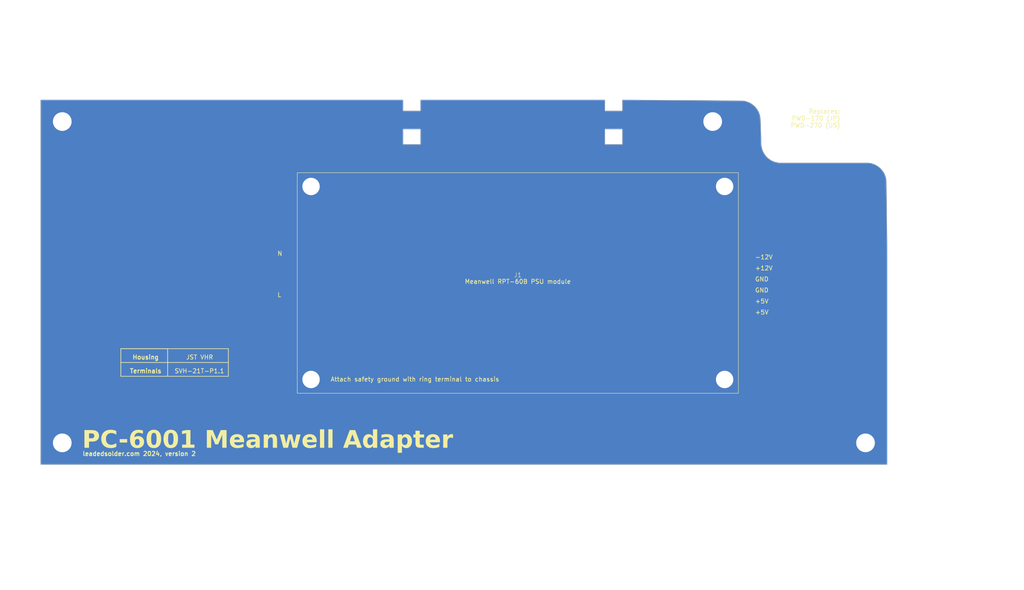
<source format=kicad_pcb>
(kicad_pcb (version 20240108) (generator "pcbnew") (generator_version "8.0")
  (layers (0 "F.Cu" signal) (31 "B.Cu" signal) (34 "B.Paste" user) (35 "F.Paste" user) (36 "B.SilkS" user "B.Silkscreen") (37 "F.SilkS" user "F.Silkscreen") (38 "B.Mask" user) (39 "F.Mask" user) (44 "Edge.Cuts" user))
  (net 0 "")
  (net 1 "GND")
  (footprint "MountingHole:MountingHole_4.3mm_M4_DIN965_Pad" (layer "F.Cu") (at 57 55)
    (property "Reference" "REF**" (hide yes))
    (property "Value" "MountingHole_4.3mm_M4_DIN965_Pad")
    (pad "1" thru_hole circle (at 0 0) (size 7.5 7.5) (drill 4.3) (layers "*.Cu" "*.Mask") (net 1 "GND"))
  )
  (footprint "Meanwell:RPT-60" (layer "F.Cu") (at 111.125 66.775)
    (property "Reference" "J1" (at 50.8 23.57 0) (layer "F.SilkS") (effects (font (thickness 0.1))))
    (property "Value" "Meanwell RPT-60B PSU module" (at 50.8 25.07 0) (layer "F.SilkS"))
    (fp_rect (start 0 0) (end 101.6 50.8) (stroke (width 0.1)) (fill none) (layer "F.SilkS"))
    (pad "1" thru_hole circle (at 3.175 3.175) (size 6 6) (drill 4) (layers "*.Cu" "*.Mask") (net 1 "GND"))
    (pad "1" thru_hole circle (at 3.175 47.625) (size 6 6) (drill 4) (layers "*.Cu" "*.Mask") (net 1 "GND"))
    (pad "1" thru_hole circle (at 98.425 3.175) (size 6 6) (drill 4) (layers "*.Cu" "*.Mask") (net 1 "GND"))
    (pad "1" thru_hole circle (at 98.425 47.625) (size 6 6) (drill 4) (layers "*.Cu" "*.Mask") (net 1 "GND"))
  )
  (footprint "MountingHole:MountingHole_4.3mm_M4_DIN965_Pad" (layer "F.Cu") (at 206.8 55)
    (property "Reference" "REF**" (hide yes))
    (property "Value" "MountingHole_4.3mm_M4_DIN965_Pad")
    (pad "1" thru_hole circle (at 0 0) (size 7.5 7.5) (drill 4.3) (layers "*.Cu" "*.Mask") (net 1 "GND"))
  )
  (footprint "MountingHole:MountingHole_4.3mm_M4_DIN965_Pad" (layer "F.Cu") (at 57 129)
    (property "Reference" "REF**" (hide yes))
    (property "Value" "MountingHole_4.3mm_M4_DIN965_Pad")
    (pad "1" thru_hole circle (at 0 0) (size 7.5 7.5) (drill 4.3) (layers "*.Cu" "*.Mask") (net 1 "GND"))
  )
  (footprint "MountingHole:MountingHole_4.3mm_M4_DIN965_Pad" (layer "F.Cu") (at 242 129)
    (property "Reference" "REF**" (hide yes))
    (property "Value" "MountingHole_4.3mm_M4_DIN965_Pad")
    (pad "1" thru_hole circle (at 0 0) (size 7.5 7.5) (drill 4.3) (layers "*.Cu" "*.Mask") (net 1 "GND"))
  )
  (gr_line (start 81.28 107.315) (end 70.485 107.315) (stroke (width 0.15)) (layer "F.SilkS"))
  (gr_line (start 95.25 107.315) (end 70.485 107.315) (stroke (width 0.15)) (layer "F.SilkS"))
  (gr_line (start 70.485 110.49) (end 95.25 110.49) (stroke (width 0.15)) (layer "F.SilkS"))
  (gr_line (start 95.25 107.315) (end 95.25 113.665) (stroke (width 0.15)) (layer "F.SilkS"))
  (gr_line (start 81.28 113.665) (end 81.28 107.315) (stroke (width 0.15)) (layer "F.SilkS"))
  (gr_line (start 70.485 113.665) (end 70.485 107.315) (stroke (width 0.15)) (layer "F.SilkS"))
  (gr_line (start 70.485 113.665) (end 95.25 113.665) (stroke (width 0.15)) (layer "F.SilkS"))
  (gr_line (start 139.5 50) (end 182 50) (stroke (width 0.1)) (layer "Edge.Cuts"))
  (gr_line (start 139.5 60.25) (end 139.5 56.75) (stroke (width 0.1)) (layer "Edge.Cuts"))
  (gr_line (start 139.5 56.75) (end 135.5 56.75) (stroke (width 0.1)) (layer "Edge.Cuts"))
  (gr_line (start 52 134) (end 247 134) (stroke (width 0.1)) (layer "Edge.Cuts"))
  (gr_arc (start 213.318019 50.181981) (mid 216.5 51.5) (end 217.818019 54.681981) (stroke (width 0.1)) (layer "Edge.Cuts"))
  (gr_line (start 135.5 52.5) (end 135.5 50) (stroke (width 0.1)) (layer "Edge.Cuts"))
  (gr_line (start 186 56.75) (end 182 56.75) (stroke (width 0.1)) (layer "Edge.Cuts"))
  (gr_line (start 182 56.75) (end 182 60.25) (stroke (width 0.1)) (layer "Edge.Cuts"))
  (gr_line (start 182 60.25) (end 186 60.25) (stroke (width 0.1)) (layer "Edge.Cuts"))
  (gr_line (start 242.318019 64.5) (end 222.5 64.5) (stroke (width 0.1)) (layer "Edge.Cuts"))
  (gr_line (start 121 50) (end 52 50) (stroke (width 0.1)) (layer "Edge.Cuts"))
  (gr_line (start 135.5 50) (end 121 50) (stroke (width 0.1)) (layer "Edge.Cuts"))
  (gr_line (start 52 134) (end 52 50) (stroke (width 0.1)) (layer "Edge.Cuts"))
  (gr_line (start 247 84.95) (end 247 130.75) (stroke (width 0.1)) (layer "Edge.Cuts"))
  (gr_line (start 246.818019 69) (end 247 84.95) (stroke (width 0.1)) (layer "Edge.Cuts"))
  (gr_line (start 218 60) (end 217.818019 54.681981) (stroke (width 0.1)) (layer "Edge.Cuts"))
  (gr_line (start 247 134) (end 247 130.75) (stroke (width 0.1)) (layer "Edge.Cuts"))
  (gr_arc (start 242.318019 64.5) (mid 245.5 65.818019) (end 246.818019 69) (stroke (width 0.1)) (layer "Edge.Cuts"))
  (gr_line (start 182 52.5) (end 182 50) (stroke (width 0.1)) (layer "Edge.Cuts"))
  (gr_line (start 213.318019 50.181981) (end 186 50) (stroke (width 0.1)) (layer "Edge.Cuts"))
  (gr_line (start 135.5 56.75) (end 135.5 60.25) (stroke (width 0.1)) (layer "Edge.Cuts"))
  (gr_line (start 135.5 60.25) (end 139.5 60.25) (stroke (width 0.1)) (layer "Edge.Cuts"))
  (gr_arc (start 222.5 64.5) (mid 219.318019 63.181981) (end 218 60) (stroke (width 0.1)) (layer "Edge.Cuts"))
  (gr_line (start 186 60.25) (end 186 56.75) (stroke (width 0.1)) (layer "Edge.Cuts"))
  (gr_line (start 139.5 50) (end 139.5 52.5) (stroke (width 0.1)) (layer "Edge.Cuts"))
  (gr_line (start 139.5 52.5) (end 135.5 52.5) (stroke (width 0.1)) (layer "Edge.Cuts"))
  (gr_line (start 186 50) (end 186 52.5) (stroke (width 0.1)) (layer "Edge.Cuts"))
  (gr_line (start 186 52.5) (end 182 52.5) (stroke (width 0.1)) (layer "Edge.Cuts"))
  (gr_text "JST VHR" (at 88.646 109.855 0) (layer "F.SilkS") (effects (font (size 1 1)) (justify bottom)))
  (gr_text "+12V" (at 216.5 89.34 0) (layer "F.SilkS") (effects (font (size 1 1)) (justify left bottom)))
  (gr_text "Attach safety ground with ring terminal to chassis" (at 118.745 114.935 0) (layer "F.SilkS") (effects (font (size 1 1)) (justify left bottom)))
  (gr_text "leadedsolder.com 2024, version 2" (at 61.595 132.08 0) (layer "F.SilkS") (effects (font (size 1 1) (thickness 0.2) (bold yes)) (justify left bottom)))
  (gr_text "Replaces:\nPWD-170 (JP)\nPWD-270 (US)" (at 236.22 52.07 0) (layer "F.SilkS") (effects (font (size 1 1)) (justify right top)))
  (gr_text "+5V" (at 216.5 99.5 0) (layer "F.SilkS") (effects (font (size 1 1)) (justify left bottom)))
  (gr_text "Terminals" (at 76.2 113.03 0) (layer "F.SilkS") (effects (font (size 1 1) (thickness 0.2) (bold yes)) (justify bottom)))
  (gr_text "GND" (at 216.5 94.42 0) (layer "F.SilkS") (effects (font (size 1 1)) (justify left bottom)))
  (gr_text "L" (at 106.5 95.5 0) (layer "F.SilkS") (effects (font (size 1 1)) (justify left bottom)))
  (gr_text "Housing" (at 76.2 109.855 0) (layer "F.SilkS") (effects (font (size 1 1) (thickness 0.2) (bold yes)) (justify bottom)))
  (gr_text "PC-6001 Meanwell Adapter" (at 61.595 130.81 0) (layer "F.SilkS") (effects (font (size 4 4) (thickness 0.2) (bold yes)) (justify left bottom)))
  (gr_text "GND" (at 216.5 91.88 0) (layer "F.SilkS") (effects (font (size 1 1)) (justify left bottom)))
  (gr_text "N" (at 106.5 85.975 0) (layer "F.SilkS") (effects (font (size 1 1)) (justify left bottom)))
  (gr_text "-12V" (at 216.5 86.8 0) (layer "F.SilkS") (effects (font (size 1 1)) (justify left bottom)))
  (gr_text "SVH-21T-P1.1" (at 82.804 113.03 0) (layer "F.SilkS") (effects (font (size 1 1)) (justify left bottom)))
  (gr_text "+5V" (at 216.5 96.96 0) (layer "F.SilkS") (effects (font (size 1 1)) (justify left bottom)))
  (zone (net 1) (net_name "GND") (layers "F&B.Cu") (connect_pads yes (clearance 0.5)) (min_thickness 0.25) (fill yes (thermal_gap 0.5) (thermal_bridge_width 0.5))
    (polygon (pts (xy 50.8 48.895) (xy 51.435 135.255) (xy 248.285 135.255) (xy 248.285 58.42) (xy 237.49 48.26)))
  )
)
</source>
